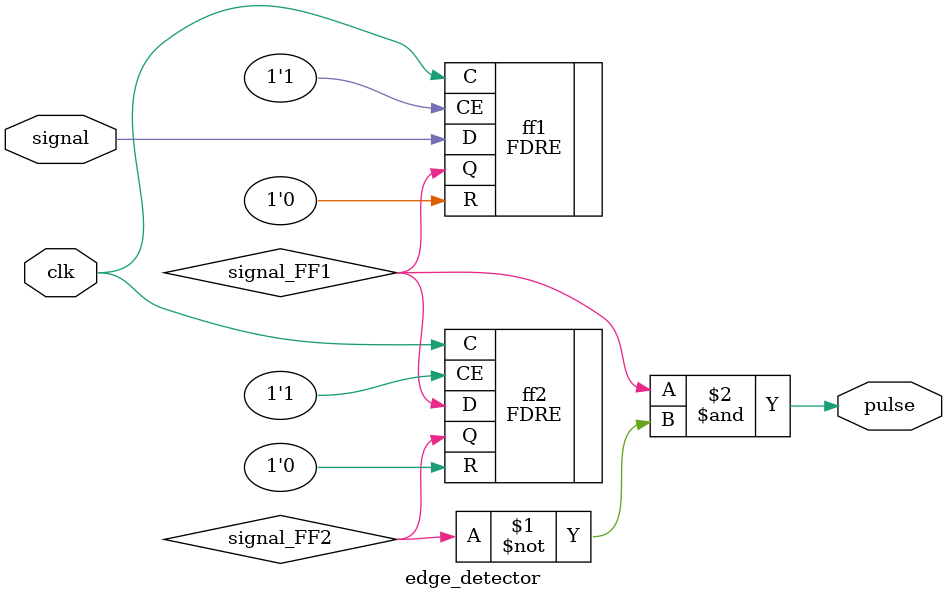
<source format=v>
`timescale 1ns / 1ps


// Inputs and Output for the Edge Detector
module edge_detector
(
    input clk,
    input signal,
    
    output pulse
);
    
    // Internal wires that are storing delayed versions of the signal
    wire signal_FF1, signal_FF2;
    
    FDRE #(.INIT(1'b0)) ff1 (.C(clk), .R(1'b0), .CE(1'b1), .D(signal), .Q(signal_FF1)); // captures the current value of signal
    FDRE #(.INIT(1'b0)) ff2 (.C(clk), .R(1'b0), .CE(1'b1), .D(signal_FF1), .Q(signal_FF2)); // captures the previous value of signal
    
    // Output logic of pulse being high for one cycle on a rising edge
    assign pulse = signal_FF1 & ~signal_FF2;

endmodule
</source>
